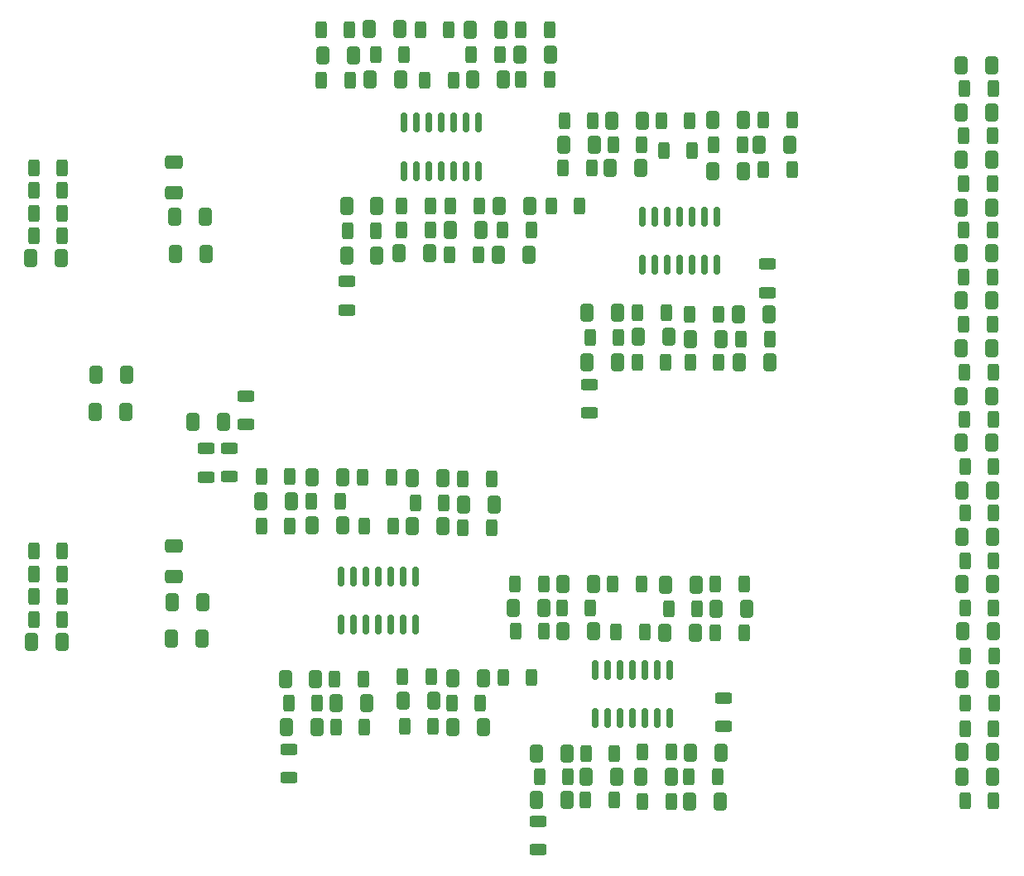
<source format=gbr>
%TF.GenerationSoftware,KiCad,Pcbnew,(7.0.0)*%
%TF.CreationDate,2023-04-15T15:54:35-07:00*%
%TF.ProjectId,FaultSignalGenerator_Isaiah_16Channel,4661756c-7453-4696-976e-616c47656e65,rev?*%
%TF.SameCoordinates,Original*%
%TF.FileFunction,Paste,Bot*%
%TF.FilePolarity,Positive*%
%FSLAX46Y46*%
G04 Gerber Fmt 4.6, Leading zero omitted, Abs format (unit mm)*
G04 Created by KiCad (PCBNEW (7.0.0)) date 2023-04-15 15:54:35*
%MOMM*%
%LPD*%
G01*
G04 APERTURE LIST*
G04 Aperture macros list*
%AMRoundRect*
0 Rectangle with rounded corners*
0 $1 Rounding radius*
0 $2 $3 $4 $5 $6 $7 $8 $9 X,Y pos of 4 corners*
0 Add a 4 corners polygon primitive as box body*
4,1,4,$2,$3,$4,$5,$6,$7,$8,$9,$2,$3,0*
0 Add four circle primitives for the rounded corners*
1,1,$1+$1,$2,$3*
1,1,$1+$1,$4,$5*
1,1,$1+$1,$6,$7*
1,1,$1+$1,$8,$9*
0 Add four rect primitives between the rounded corners*
20,1,$1+$1,$2,$3,$4,$5,0*
20,1,$1+$1,$4,$5,$6,$7,0*
20,1,$1+$1,$6,$7,$8,$9,0*
20,1,$1+$1,$8,$9,$2,$3,0*%
G04 Aperture macros list end*
%ADD10RoundRect,0.250000X-0.312500X-0.625000X0.312500X-0.625000X0.312500X0.625000X-0.312500X0.625000X0*%
%ADD11RoundRect,0.250000X-0.625000X0.312500X-0.625000X-0.312500X0.625000X-0.312500X0.625000X0.312500X0*%
%ADD12RoundRect,0.250000X-0.412500X-0.650000X0.412500X-0.650000X0.412500X0.650000X-0.412500X0.650000X0*%
%ADD13RoundRect,0.250000X0.412500X0.650000X-0.412500X0.650000X-0.412500X-0.650000X0.412500X-0.650000X0*%
%ADD14RoundRect,0.250000X0.312500X0.625000X-0.312500X0.625000X-0.312500X-0.625000X0.312500X-0.625000X0*%
%ADD15RoundRect,0.250000X0.650000X-0.412500X0.650000X0.412500X-0.650000X0.412500X-0.650000X-0.412500X0*%
%ADD16RoundRect,0.150000X-0.150000X0.825000X-0.150000X-0.825000X0.150000X-0.825000X0.150000X0.825000X0*%
%ADD17RoundRect,0.250000X0.625000X-0.312500X0.625000X0.312500X-0.625000X0.312500X-0.625000X-0.312500X0*%
G04 APERTURE END LIST*
D10*
%TO.C,R68*%
X118963000Y-102513000D03*
X121888000Y-102513000D03*
%TD*%
D11*
%TO.C,R138*%
X144767500Y-69733500D03*
X144767500Y-72658500D03*
%TD*%
D10*
%TO.C,R119*%
X123977000Y-55074000D03*
X126902000Y-55074000D03*
%TD*%
D12*
%TO.C,C100*%
X164600500Y-49388000D03*
X167725500Y-49388000D03*
%TD*%
D13*
%TO.C,C54*%
X117473900Y-45779400D03*
X114348900Y-45779400D03*
%TD*%
%TO.C,C73*%
X147057500Y-57540000D03*
X143932500Y-57540000D03*
%TD*%
D12*
%TO.C,C50*%
X84213000Y-68738000D03*
X87338000Y-68738000D03*
%TD*%
D14*
%TO.C,R129*%
X139784000Y-79813000D03*
X136859000Y-79813000D03*
%TD*%
D10*
%TO.C,R131*%
X139245000Y-57540000D03*
X142170000Y-57540000D03*
%TD*%
D14*
%TO.C,R58*%
X121925500Y-107313000D03*
X119000500Y-107313000D03*
%TD*%
%TO.C,R69*%
X106298200Y-91564100D03*
X103373200Y-91564100D03*
%TD*%
%TO.C,R78*%
X134888000Y-124788000D03*
X131963000Y-124788000D03*
%TD*%
D12*
%TO.C,C31*%
X69420531Y-69123710D03*
X72545531Y-69123710D03*
%TD*%
D14*
%TO.C,R56*%
X110568000Y-117063000D03*
X107643000Y-117063000D03*
%TD*%
D15*
%TO.C,C49*%
X84075500Y-62400500D03*
X84075500Y-59275500D03*
%TD*%
D12*
%TO.C,C93*%
X164663000Y-119638000D03*
X167788000Y-119638000D03*
%TD*%
D16*
%TO.C,U7*%
X107589000Y-55258200D03*
X108859000Y-55258200D03*
X110129000Y-55258200D03*
X111399000Y-55258200D03*
X112669000Y-55258200D03*
X113939000Y-55258200D03*
X115209000Y-55258200D03*
X115209000Y-60208200D03*
X113939000Y-60208200D03*
X112669000Y-60208200D03*
X111399000Y-60208200D03*
X110129000Y-60208200D03*
X108859000Y-60208200D03*
X107589000Y-60208200D03*
%TD*%
%TO.C,U6*%
X127168000Y-111263000D03*
X128438000Y-111263000D03*
X129708000Y-111263000D03*
X130978000Y-111263000D03*
X132248000Y-111263000D03*
X133518000Y-111263000D03*
X134788000Y-111263000D03*
X134788000Y-116213000D03*
X133518000Y-116213000D03*
X132248000Y-116213000D03*
X130978000Y-116213000D03*
X129708000Y-116213000D03*
X128438000Y-116213000D03*
X127168000Y-116213000D03*
%TD*%
D14*
%TO.C,R111*%
X107597700Y-48308600D03*
X104672700Y-48308600D03*
%TD*%
D12*
%TO.C,C21*%
X131775500Y-122213000D03*
X134900500Y-122213000D03*
%TD*%
D10*
%TO.C,R92*%
X69725500Y-99088000D03*
X72650500Y-99088000D03*
%TD*%
%TO.C,R82*%
X121438000Y-122213000D03*
X124363000Y-122213000D03*
%TD*%
D17*
%TO.C,R139*%
X126512500Y-85000000D03*
X126512500Y-82075000D03*
%TD*%
D13*
%TO.C,C20*%
X142638000Y-105013000D03*
X139513000Y-105013000D03*
%TD*%
D14*
%TO.C,R65*%
X116523200Y-96764100D03*
X113598200Y-96764100D03*
%TD*%
D12*
%TO.C,C96*%
X164600500Y-88038000D03*
X167725500Y-88038000D03*
%TD*%
D10*
%TO.C,R137*%
X134150000Y-58088000D03*
X137075000Y-58088000D03*
%TD*%
D12*
%TO.C,C77*%
X141808000Y-74879000D03*
X144933000Y-74879000D03*
%TD*%
D17*
%TO.C,R72*%
X95805500Y-122313000D03*
X95805500Y-119388000D03*
%TD*%
D10*
%TO.C,R79*%
X126175500Y-119813000D03*
X129100500Y-119813000D03*
%TD*%
D12*
%TO.C,C1*%
X98188500Y-96512200D03*
X101313500Y-96512200D03*
%TD*%
%TO.C,C8*%
X107493000Y-114463000D03*
X110618000Y-114463000D03*
%TD*%
D13*
%TO.C,C72*%
X129431900Y-74683600D03*
X126306900Y-74683600D03*
%TD*%
%TO.C,C17*%
X137463000Y-102563000D03*
X134338000Y-102563000D03*
%TD*%
D10*
%TO.C,R84*%
X131975500Y-119713000D03*
X134900500Y-119713000D03*
%TD*%
D12*
%TO.C,C69*%
X76000500Y-84888000D03*
X79125500Y-84888000D03*
%TD*%
D14*
%TO.C,R71*%
X120630500Y-112063000D03*
X117705500Y-112063000D03*
%TD*%
D13*
%TO.C,C62*%
X110221900Y-68645400D03*
X107096900Y-68645400D03*
%TD*%
D10*
%TO.C,R80*%
X134638000Y-105038000D03*
X137563000Y-105038000D03*
%TD*%
D14*
%TO.C,R132*%
X144992500Y-77400000D03*
X142067500Y-77400000D03*
%TD*%
D12*
%TO.C,C6*%
X92969200Y-94023000D03*
X96094200Y-94023000D03*
%TD*%
D13*
%TO.C,C23*%
X137413000Y-107513000D03*
X134288000Y-107513000D03*
%TD*%
D10*
%TO.C,R157*%
X164850500Y-61538000D03*
X167775500Y-61538000D03*
%TD*%
D12*
%TO.C,C74*%
X136887500Y-77400000D03*
X140012500Y-77400000D03*
%TD*%
%TO.C,C55*%
X104077000Y-50874000D03*
X107202000Y-50874000D03*
%TD*%
D10*
%TO.C,R57*%
X100496200Y-112243200D03*
X103421200Y-112243200D03*
%TD*%
D14*
%TO.C,R67*%
X103558700Y-117143200D03*
X100633700Y-117143200D03*
%TD*%
D16*
%TO.C,U8*%
X131929300Y-64873800D03*
X133199300Y-64873800D03*
X134469300Y-64873800D03*
X135739300Y-64873800D03*
X137009300Y-64873800D03*
X138279300Y-64873800D03*
X139549300Y-64873800D03*
X139549300Y-69823800D03*
X138279300Y-69823800D03*
X137009300Y-69823800D03*
X135739300Y-69823800D03*
X134469300Y-69823800D03*
X133199300Y-69823800D03*
X131929300Y-69823800D03*
%TD*%
D10*
%TO.C,R93*%
X69725500Y-106088000D03*
X72650500Y-106088000D03*
%TD*%
D14*
%TO.C,R112*%
X120578900Y-66219400D03*
X117653900Y-66219400D03*
%TD*%
D10*
%TO.C,R97*%
X69720531Y-62223710D03*
X72645531Y-62223710D03*
%TD*%
%TO.C,R86*%
X129275500Y-107413000D03*
X132200500Y-107413000D03*
%TD*%
D14*
%TO.C,R62*%
X98721200Y-114643200D03*
X95796200Y-114643200D03*
%TD*%
D13*
%TO.C,C59*%
X122546900Y-48319400D03*
X119421900Y-48319400D03*
%TD*%
D10*
%TO.C,R152*%
X165000500Y-109838000D03*
X167925500Y-109838000D03*
%TD*%
D12*
%TO.C,C60*%
X99254650Y-48415410D03*
X102379650Y-48415410D03*
%TD*%
D13*
%TO.C,C4*%
X98558700Y-112243200D03*
X95433700Y-112243200D03*
%TD*%
D12*
%TO.C,C53*%
X83913000Y-104388000D03*
X87038000Y-104388000D03*
%TD*%
D14*
%TO.C,R113*%
X104722400Y-66359400D03*
X101797400Y-66359400D03*
%TD*%
D10*
%TO.C,R66*%
X107443000Y-111963000D03*
X110368000Y-111963000D03*
%TD*%
D14*
%TO.C,R60*%
X111660700Y-94164100D03*
X108735700Y-94164100D03*
%TD*%
D12*
%TO.C,C66*%
X117316400Y-63819400D03*
X120441400Y-63819400D03*
%TD*%
D14*
%TO.C,R121*%
X112189700Y-45735600D03*
X109264700Y-45735600D03*
%TD*%
D10*
%TO.C,R98*%
X69725500Y-103788000D03*
X72650500Y-103788000D03*
%TD*%
D12*
%TO.C,C95*%
X164650500Y-97688000D03*
X167775500Y-97688000D03*
%TD*%
D10*
%TO.C,R158*%
X164900500Y-51788000D03*
X167825500Y-51788000D03*
%TD*%
D13*
%TO.C,C2*%
X111560700Y-91664100D03*
X108435700Y-91664100D03*
%TD*%
D12*
%TO.C,C56*%
X117238400Y-68759400D03*
X120363400Y-68759400D03*
%TD*%
D14*
%TO.C,R73*%
X131850500Y-102475500D03*
X128925500Y-102475500D03*
%TD*%
D12*
%TO.C,C51*%
X83813000Y-108088000D03*
X86938000Y-108088000D03*
%TD*%
%TO.C,C16*%
X76063000Y-81038000D03*
X79188000Y-81038000D03*
%TD*%
D14*
%TO.C,R106*%
X102051050Y-50904610D03*
X99126050Y-50904610D03*
%TD*%
D10*
%TO.C,R147*%
X164900500Y-85638000D03*
X167825500Y-85638000D03*
%TD*%
D14*
%TO.C,R114*%
X131893500Y-57487000D03*
X128968500Y-57487000D03*
%TD*%
D13*
%TO.C,C19*%
X124263000Y-119813000D03*
X121138000Y-119813000D03*
%TD*%
D10*
%TO.C,R148*%
X164850500Y-75938000D03*
X167775500Y-75938000D03*
%TD*%
%TO.C,R144*%
X164988000Y-114688000D03*
X167913000Y-114688000D03*
%TD*%
%TO.C,R110*%
X114448900Y-48319400D03*
X117373900Y-48319400D03*
%TD*%
%TO.C,R155*%
X164900500Y-80788000D03*
X167825500Y-80788000D03*
%TD*%
D17*
%TO.C,R88*%
X121300500Y-129675500D03*
X121300500Y-126750500D03*
%TD*%
D13*
%TO.C,C26*%
X89088000Y-85888000D03*
X85963000Y-85888000D03*
%TD*%
D14*
%TO.C,R115*%
X122453900Y-50859400D03*
X119528900Y-50859400D03*
%TD*%
D11*
%TO.C,R91*%
X91425500Y-83225500D03*
X91425500Y-86150500D03*
%TD*%
D15*
%TO.C,C48*%
X84025500Y-101750500D03*
X84025500Y-98625500D03*
%TD*%
D14*
%TO.C,R63*%
X126650500Y-104913000D03*
X123725500Y-104913000D03*
%TD*%
D13*
%TO.C,C75*%
X134675000Y-77200000D03*
X131550000Y-77200000D03*
%TD*%
D10*
%TO.C,R135*%
X136828000Y-74879000D03*
X139753000Y-74879000D03*
%TD*%
%TO.C,R55*%
X113598200Y-91764100D03*
X116523200Y-91764100D03*
%TD*%
D12*
%TO.C,C65*%
X104052300Y-45717800D03*
X107177300Y-45717800D03*
%TD*%
D10*
%TO.C,R105*%
X119528900Y-45779400D03*
X122453900Y-45779400D03*
%TD*%
D13*
%TO.C,C76*%
X142256900Y-60207000D03*
X139131900Y-60207000D03*
%TD*%
D10*
%TO.C,R130*%
X131486900Y-74683600D03*
X134411900Y-74683600D03*
%TD*%
D14*
%TO.C,R109*%
X126775000Y-59900000D03*
X123850000Y-59900000D03*
%TD*%
D12*
%TO.C,C71*%
X141900500Y-79813000D03*
X145025500Y-79813000D03*
%TD*%
D13*
%TO.C,C25*%
X124225500Y-124613000D03*
X121100500Y-124613000D03*
%TD*%
D10*
%TO.C,R143*%
X164950500Y-124638000D03*
X167875500Y-124638000D03*
%TD*%
%TO.C,R77*%
X139413000Y-102513000D03*
X142338000Y-102513000D03*
%TD*%
D14*
%TO.C,R54*%
X95918000Y-96563000D03*
X92993000Y-96563000D03*
%TD*%
D12*
%TO.C,C10*%
X118787500Y-104950000D03*
X121912500Y-104950000D03*
%TD*%
%TO.C,C91*%
X164588000Y-63938000D03*
X167713000Y-63938000D03*
%TD*%
%TO.C,C5*%
X123825500Y-107313000D03*
X126950500Y-107313000D03*
%TD*%
D10*
%TO.C,R149*%
X164850500Y-66288000D03*
X167775500Y-66288000D03*
%TD*%
D12*
%TO.C,C90*%
X164600500Y-73488000D03*
X167725500Y-73488000D03*
%TD*%
D10*
%TO.C,R122*%
X122614500Y-63774000D03*
X125539500Y-63774000D03*
%TD*%
D12*
%TO.C,C89*%
X164600500Y-83238000D03*
X167725500Y-83238000D03*
%TD*%
%TO.C,C15*%
X123825500Y-102513000D03*
X126950500Y-102513000D03*
%TD*%
D13*
%TO.C,C64*%
X117766400Y-50859400D03*
X114641400Y-50859400D03*
%TD*%
D10*
%TO.C,R145*%
X164963000Y-104938000D03*
X167888000Y-104938000D03*
%TD*%
D14*
%TO.C,R107*%
X112258400Y-68759400D03*
X115183400Y-68759400D03*
%TD*%
D12*
%TO.C,C87*%
X164650500Y-102488000D03*
X167775500Y-102488000D03*
%TD*%
D10*
%TO.C,R128*%
X144325000Y-55000000D03*
X147250000Y-55000000D03*
%TD*%
%TO.C,R99*%
X69720531Y-64523710D03*
X72645531Y-64523710D03*
%TD*%
D13*
%TO.C,C30*%
X72638000Y-108438000D03*
X69513000Y-108438000D03*
%TD*%
D10*
%TO.C,R120*%
X109711400Y-50919400D03*
X112636400Y-50919400D03*
%TD*%
D12*
%TO.C,C61*%
X112323900Y-66219400D03*
X115448900Y-66219400D03*
%TD*%
%TO.C,C85*%
X164638000Y-122188000D03*
X167763000Y-122188000D03*
%TD*%
%TO.C,C63*%
X123915500Y-57487000D03*
X127040500Y-57487000D03*
%TD*%
D10*
%TO.C,R156*%
X164850500Y-71088000D03*
X167775500Y-71088000D03*
%TD*%
D11*
%TO.C,R90*%
X89725500Y-88588000D03*
X89725500Y-91513000D03*
%TD*%
D10*
%TO.C,R70*%
X103535700Y-96564100D03*
X106460700Y-96564100D03*
%TD*%
%TO.C,R59*%
X98123800Y-94048400D03*
X101048800Y-94048400D03*
%TD*%
D16*
%TO.C,U5*%
X101112600Y-101717200D03*
X102382600Y-101717200D03*
X103652600Y-101717200D03*
X104922600Y-101717200D03*
X106192600Y-101717200D03*
X107462600Y-101717200D03*
X108732600Y-101717200D03*
X108732600Y-106667200D03*
X107462600Y-106667200D03*
X106192600Y-106667200D03*
X104922600Y-106667200D03*
X103652600Y-106667200D03*
X102382600Y-106667200D03*
X101112600Y-106667200D03*
%TD*%
D17*
%TO.C,R89*%
X87325500Y-91550500D03*
X87325500Y-88625500D03*
%TD*%
D10*
%TO.C,R64*%
X92993000Y-91483000D03*
X95918000Y-91483000D03*
%TD*%
D11*
%TO.C,R87*%
X140225500Y-114163000D03*
X140225500Y-117088000D03*
%TD*%
D14*
%TO.C,R83*%
X142338000Y-107513000D03*
X139413000Y-107513000D03*
%TD*%
D13*
%TO.C,C67*%
X104822400Y-68899400D03*
X101697400Y-68899400D03*
%TD*%
%TO.C,C14*%
X98658700Y-117143200D03*
X95533700Y-117143200D03*
%TD*%
D12*
%TO.C,C3*%
X112568000Y-117163000D03*
X115693000Y-117163000D03*
%TD*%
D13*
%TO.C,C22*%
X129363000Y-122213000D03*
X126238000Y-122213000D03*
%TD*%
%TO.C,C7*%
X116823200Y-94364100D03*
X113698200Y-94364100D03*
%TD*%
D14*
%TO.C,R61*%
X115393000Y-114663000D03*
X112468000Y-114663000D03*
%TD*%
D12*
%TO.C,C58*%
X128703000Y-59900000D03*
X131828000Y-59900000D03*
%TD*%
%TO.C,C98*%
X164550500Y-68638000D03*
X167675500Y-68638000D03*
%TD*%
D10*
%TO.C,R151*%
X164950500Y-117288000D03*
X167875500Y-117288000D03*
%TD*%
D13*
%TO.C,C9*%
X103758700Y-114643200D03*
X100633700Y-114643200D03*
%TD*%
D10*
%TO.C,R96*%
X69725500Y-101438000D03*
X72650500Y-101438000D03*
%TD*%
D13*
%TO.C,C12*%
X111560700Y-96564100D03*
X108435700Y-96564100D03*
%TD*%
D14*
%TO.C,R124*%
X136817500Y-55067000D03*
X133892500Y-55067000D03*
%TD*%
D12*
%TO.C,C52*%
X84100500Y-64888000D03*
X87225500Y-64888000D03*
%TD*%
D14*
%TO.C,R81*%
X139663000Y-122238000D03*
X136738000Y-122238000D03*
%TD*%
D10*
%TO.C,R133*%
X126622400Y-77223600D03*
X129547400Y-77223600D03*
%TD*%
%TO.C,R108*%
X107323900Y-63819400D03*
X110248900Y-63819400D03*
%TD*%
D12*
%TO.C,C99*%
X164550500Y-59088000D03*
X167675500Y-59088000D03*
%TD*%
%TO.C,C92*%
X164550500Y-54238000D03*
X167675500Y-54238000D03*
%TD*%
D14*
%TO.C,R134*%
X147250000Y-60080000D03*
X144325000Y-60080000D03*
%TD*%
D12*
%TO.C,C97*%
X164600500Y-78338000D03*
X167725500Y-78338000D03*
%TD*%
D10*
%TO.C,R95*%
X69720531Y-66823710D03*
X72645531Y-66823710D03*
%TD*%
D14*
%TO.C,R85*%
X129063000Y-124613000D03*
X126138000Y-124613000D03*
%TD*%
D12*
%TO.C,C86*%
X164688000Y-112238000D03*
X167813000Y-112238000D03*
%TD*%
D17*
%TO.C,R123*%
X101735900Y-74425900D03*
X101735900Y-71500900D03*
%TD*%
D12*
%TO.C,C11*%
X98163900Y-91559200D03*
X101288900Y-91559200D03*
%TD*%
D14*
%TO.C,R118*%
X110248900Y-66232400D03*
X107323900Y-66232400D03*
%TD*%
D12*
%TO.C,C18*%
X136800500Y-124788000D03*
X139925500Y-124788000D03*
%TD*%
D10*
%TO.C,R153*%
X164950500Y-100088000D03*
X167875500Y-100088000D03*
%TD*%
D12*
%TO.C,C88*%
X164650500Y-92888000D03*
X167775500Y-92888000D03*
%TD*%
%TO.C,C68*%
X128830000Y-55074000D03*
X131955000Y-55074000D03*
%TD*%
D10*
%TO.C,R117*%
X112336400Y-63819400D03*
X115261400Y-63819400D03*
%TD*%
D12*
%TO.C,C24*%
X136863000Y-119763000D03*
X139988000Y-119763000D03*
%TD*%
D10*
%TO.C,R154*%
X164950500Y-90488000D03*
X167875500Y-90488000D03*
%TD*%
%TO.C,R146*%
X164950500Y-95238000D03*
X167875500Y-95238000D03*
%TD*%
D14*
%TO.C,R136*%
X134375000Y-79800000D03*
X131450000Y-79800000D03*
%TD*%
D13*
%TO.C,C78*%
X129431900Y-79763600D03*
X126306900Y-79763600D03*
%TD*%
D10*
%TO.C,R94*%
X69720531Y-59923710D03*
X72645531Y-59923710D03*
%TD*%
D13*
%TO.C,C57*%
X104822400Y-63819400D03*
X101697400Y-63819400D03*
%TD*%
%TO.C,C70*%
X142270000Y-55000000D03*
X139145000Y-55000000D03*
%TD*%
D10*
%TO.C,R116*%
X99101350Y-45799210D03*
X102026350Y-45799210D03*
%TD*%
D12*
%TO.C,C94*%
X164700500Y-107338000D03*
X167825500Y-107338000D03*
%TD*%
D10*
%TO.C,R150*%
X164850500Y-56638000D03*
X167775500Y-56638000D03*
%TD*%
D12*
%TO.C,C13*%
X112568000Y-112163000D03*
X115693000Y-112163000D03*
%TD*%
M02*

</source>
